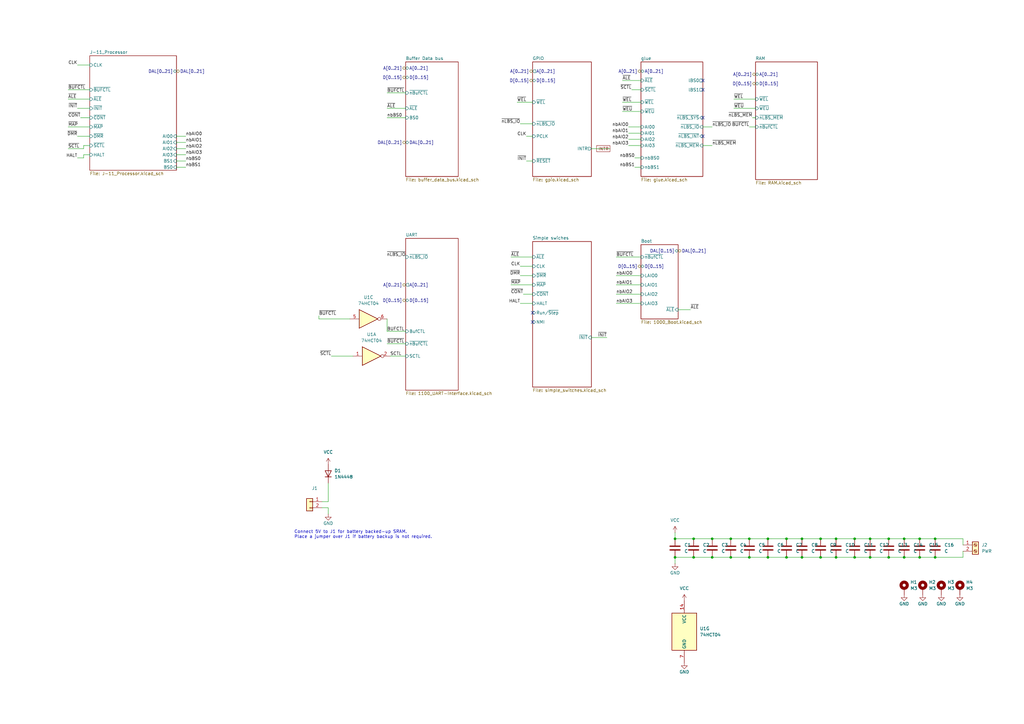
<source format=kicad_sch>
(kicad_sch (version 20250114) (generator "eeschema") (generator_version "9.0")
  (paper "A3")
  (title_block (title "PDP-11/Breadboard") (date "2025-03-16") (rev "V0.1") (comment 1 "Minimal Circuit for a DCJ11") (comment 2 "Requires a USB Serial->TTL Adapter"))
  (lib_symbols
    (symbol "74xx:74HCT04"
      (property "Reference" "U" (at 0 1.27 0))
      (property "Value" "74HCT04" (at 0 -1.27 0))
      (symbol "74HCT04_1_0"
        (polyline (pts (xy -3.81 3.81) (xy -3.81 -3.81) (xy 3.81 0) (xy -3.81 3.81)) (stroke (width 0.254)) (fill (type background)))
        (pin input line (at -7.62 0 0) (length 3.81) (name "~") (number "1"))
        (pin output inverted (at 7.62 0 180) (length 3.81) (name "~") (number "2"))
      )
      (symbol "74HCT04_2_0"
        (polyline (pts (xy -3.81 3.81) (xy -3.81 -3.81) (xy 3.81 0) (xy -3.81 3.81)) (stroke (width 0.254)) (fill (type background)))
        (pin input line (at -7.62 0 0) (length 3.81) (name "~") (number "3"))
        (pin output inverted (at 7.62 0 180) (length 3.81) (name "~") (number "4"))
      )
      (symbol "74HCT04_3_0"
        (polyline (pts (xy -3.81 3.81) (xy -3.81 -3.81) (xy 3.81 0) (xy -3.81 3.81)) (stroke (width 0.254)) (fill (type background)))
        (pin input line (at -7.62 0 0) (length 3.81) (name "~") (number "5"))
        (pin output inverted (at 7.62 0 180) (length 3.81) (name "~") (number "6"))
      )
      (symbol "74HCT04_4_0"
        (polyline (pts (xy -3.81 3.81) (xy -3.81 -3.81) (xy 3.81 0) (xy -3.81 3.81)) (stroke (width 0.254)) (fill (type background)))
        (pin input line (at -7.62 0 0) (length 3.81) (name "~") (number "9"))
        (pin output inverted (at 7.62 0 180) (length 3.81) (name "~") (number "8"))
      )
      (symbol "74HCT04_5_0"
        (polyline (pts (xy -3.81 3.81) (xy -3.81 -3.81) (xy 3.81 0) (xy -3.81 3.81)) (stroke (width 0.254)) (fill (type background)))
        (pin input line (at -7.62 0 0) (length 3.81) (name "~") (number "11"))
        (pin output inverted (at 7.62 0 180) (length 3.81) (name "~") (number "10"))
      )
      (symbol "74HCT04_6_0"
        (polyline (pts (xy -3.81 3.81) (xy -3.81 -3.81) (xy 3.81 0) (xy -3.81 3.81)) (stroke (width 0.254)) (fill (type background)))
        (pin input line (at -7.62 0 0) (length 3.81) (name "~") (number "13"))
        (pin output inverted (at 7.62 0 180) (length 3.81) (name "~") (number "12"))
      )
      (symbol "74HCT04_7_0"
        (pin power_in line (at 0 12.7 270) (length 5.08) (name "VCC") (number "14"))
        (pin power_in line (at 0 -12.7 90) (length 5.08) (name "GND") (number "7"))
      )
      (symbol "74HCT04_7_1"
        (rectangle (start -5.08 7.62) (end 5.08 -7.62) (stroke (width 0.254)) (fill (type background)))
      )
    )
    (symbol "Connector:Screw_Terminal_01x02" (pin_names (offset 1.016) (hide yes))
      (property "Reference" "J" (at 0 2.54 0))
      (property "Value" "Screw_Terminal_01x02" (at 0 -5.08 0))
      (symbol "Screw_Terminal_01x02_1_1"
        (rectangle (start -1.27 1.27) (end 1.27 -3.81) (stroke (width 0.254)) (fill (type background)))
        (polyline (pts (xy -0.5334 0.3302) (xy 0.3302 -0.508)) (stroke (width 0.1524)))
        (polyline (pts (xy -0.5334 -2.2098) (xy 0.3302 -3.048)) (stroke (width 0.1524)))
        (polyline (pts (xy -0.3556 0.508) (xy 0.508 -0.3302)) (stroke (width 0.1524)))
        (polyline (pts (xy -0.3556 -2.032) (xy 0.508 -2.8702)) (stroke (width 0.1524)))
        (circle (center 0 0) (radius 0.635) (stroke (width 0.1524)))
        (circle (center 0 -2.54) (radius 0.635) (stroke (width 0.1524)))
        (pin passive line (at -5.08 0 0) (length 3.81) (name "Pin_1") (number "1"))
        (pin passive line (at -5.08 -2.54 0) (length 3.81) (name "Pin_2") (number "2"))
      )
    )
    (symbol "Connector_Generic:Conn_01x02" (pin_names (offset 1.016) (hide yes))
      (property "Reference" "J" (at 0 2.54 0))
      (property "Value" "Conn_01x02" (at 0 -5.08 0))
      (symbol "Conn_01x02_1_1"
        (rectangle (start -1.27 1.27) (end 1.27 -3.81) (stroke (width 0.254)) (fill (type background)))
        (rectangle (start -1.27 0.127) (end 0 -0.127) (stroke (width 0.1524)))
        (rectangle (start -1.27 -2.413) (end 0 -2.667) (stroke (width 0.1524)))
        (pin passive line (at -5.08 0 0) (length 3.81) (name "Pin_1") (number "1"))
        (pin passive line (at -5.08 -2.54 0) (length 3.81) (name "Pin_2") (number "2"))
      )
    )
    (symbol "Device:C" (pin_numbers (hide yes)) (pin_names (offset 0.254))
      (property "Reference" "C" (at 0.635 2.54 0))
      (property "Value" "C" (at 0.635 -2.54 0))
      (symbol "C_0_1"
        (polyline (pts (xy -2.032 0.762) (xy 2.032 0.762)) (stroke (width 0.508)))
        (polyline (pts (xy -2.032 -0.762) (xy 2.032 -0.762)) (stroke (width 0.508)))
      )
      (symbol "C_1_1"
        (pin passive line (at 0 3.81 270) (length 2.794) (name "~") (number "1"))
        (pin passive line (at 0 -3.81 90) (length 2.794) (name "~") (number "2"))
      )
    )
    (symbol "Diode:1N4448" (pin_numbers (hide yes)) (pin_names (hide yes))
      (property "Reference" "D" (at 0 2.54 0))
      (property "Value" "1N4448" (at 0 -2.54 0))
      (symbol "1N4448_0_1"
        (polyline (pts (xy -1.27 1.27) (xy -1.27 -1.27)) (stroke (width 0.254)))
        (polyline (pts (xy 1.27 1.27) (xy 1.27 -1.27) (xy -1.27 0) (xy 1.27 1.27)) (stroke (width 0.254)))
        (polyline (pts (xy 1.27 0) (xy -1.27 0)))
      )
      (symbol "1N4448_1_1"
        (pin passive line (at -3.81 0 0) (length 2.54) (name "K") (number "1"))
        (pin passive line (at 3.81 0 180) (length 2.54) (name "A") (number "2"))
      )
    )
    (symbol "Mechanical:MountingHole_Pad" (pin_numbers (hide yes)) (pin_names (offset 1.016) (hide yes)) (exclude_from_sim yes) (in_bom no)
      (property "Reference" "H" (at 0 6.35 0))
      (property "Value" "MountingHole_Pad" (at 0 4.445 0))
      (symbol "MountingHole_Pad_0_1"
        (circle (center 0 1.27) (radius 1.27) (stroke (width 1.27)))
      )
      (symbol "MountingHole_Pad_1_1"
        (pin input line (at 0 -2.54 90) (length 2.54) (name "1") (number "1"))
      )
    )
    (symbol "power:GND" (power) (pin_numbers (hide yes)) (pin_names (offset 0) (hide yes))
      (property "Value" "GND" (at 0 -3.81 0))
      (symbol "GND_0_1"
        (polyline (pts (xy 0 0) (xy 0 -1.27) (xy 1.27 -1.27) (xy 0 -2.54) (xy -1.27 -1.27) (xy 0 -1.27)))
      )
      (symbol "GND_1_1"
        (pin power_in line (at 0 0 270) (length 0) (name "~") (number "1"))
      )
    )
    (symbol "power:VCC" (power) (pin_numbers (hide yes)) (pin_names (offset 0) (hide yes))
      (property "Value" "VCC" (at 0 3.556 0))
      (symbol "VCC_0_1"
        (polyline (pts (xy -0.762 1.27) (xy 0 2.54)))
        (polyline (pts (xy 0 2.54) (xy 0.762 1.27)))
        (polyline (pts (xy 0 0) (xy 0 2.54)))
      )
      (symbol "VCC_1_1"
        (pin power_in line (at 0 0 90) (length 0) (name "~") (number "1"))
      )
    )
  )
  (text "Connect 5V to J1 for battery backed-up SRAM.\nPlace a jumper over J1 if battery backup is not required." (at 120.65 220.98 0) (effects (font (size 1.27 1.27)) (justify left bottom)))
  (junction (at 356.87 220.98))
  (junction (at 350.52 228.6))
  (junction (at 284.48 220.98))
  (junction (at 322.58 228.6))
  (junction (at 276.86 220.98))
  (junction (at 370.84 228.6))
  (junction (at 328.93 220.98))
  (junction (at 307.34 220.98))
  (junction (at 314.96 220.98))
  (junction (at 342.9 220.98))
  (junction (at 328.93 228.6))
  (junction (at 292.1 220.98))
  (junction (at 284.48 228.6))
  (junction (at 364.49 220.98))
  (junction (at 292.1 228.6))
  (junction (at 307.34 228.6))
  (junction (at 276.86 228.6))
  (junction (at 299.72 228.6))
  (junction (at 336.55 220.98))
  (junction (at 322.58 220.98))
  (junction (at 356.87 228.6))
  (junction (at 383.54 220.98))
  (junction (at 299.72 220.98))
  (junction (at 342.9 228.6))
  (junction (at 314.96 228.6))
  (junction (at 383.54 228.6))
  (junction (at 364.49 228.6))
  (junction (at 370.84 220.98))
  (junction (at 336.55 228.6))
  (junction (at 350.52 220.98))
  (junction (at 377.19 220.98))
  (junction (at 377.19 228.6))
  (no_connect (at 218.44 132.08))
  (no_connect (at 288.29 36.83))
  (no_connect (at 288.29 48.26))
  (no_connect (at 288.29 55.88))
  (no_connect (at 218.44 128.27))
  (no_connect (at 288.29 33.02))
  (wire (pts (xy 160.02 146.05) (xy 166.37 146.05)))
  (wire (pts (xy 394.97 220.98) (xy 383.54 220.98)))
  (wire (pts (xy 364.49 220.98) (xy 370.84 220.98)))
  (wire (pts (xy 27.94 36.83) (xy 36.83 36.83)))
  (wire (pts (xy 260.35 68.58) (xy 262.89 68.58)))
  (wire (pts (xy 276.86 220.98) (xy 284.48 220.98)))
  (wire (pts (xy 34.29 59.69) (xy 36.83 59.69)))
  (wire (pts (xy 262.89 54.61) (xy 257.81 54.61)))
  (wire (pts (xy 72.39 63.5) (xy 76.2 63.5)))
  (wire (pts (xy 252.73 113.03) (xy 262.89 113.03)))
  (wire (pts (xy 262.89 57.15) (xy 257.81 57.15)))
  (wire (pts (xy 34.29 60.96) (xy 34.29 59.69)))
  (wire (pts (xy 262.89 52.07) (xy 257.81 52.07)))
  (wire (pts (xy 356.87 228.6) (xy 364.49 228.6)))
  (wire (pts (xy 276.86 228.6) (xy 276.86 231.14)))
  (wire (pts (xy 336.55 220.98) (xy 342.9 220.98)))
  (wire (pts (xy 27.94 60.96) (xy 34.29 60.96)))
  (wire (pts (xy 370.84 220.98) (xy 377.19 220.98)))
  (wire (pts (xy 356.87 220.98) (xy 364.49 220.98)))
  (wire (pts (xy 284.48 228.6) (xy 292.1 228.6)))
  (wire (pts (xy 394.97 223.52) (xy 394.97 220.98)))
  (wire (pts (xy 288.29 59.69) (xy 292.1 59.69)))
  (wire (pts (xy 72.39 60.96) (xy 76.2 60.96)))
  (wire (pts (xy 259.08 36.83) (xy 262.89 36.83)))
  (wire (pts (xy 377.19 228.6) (xy 383.54 228.6)))
  (wire (pts (xy 72.39 55.88) (xy 76.2 55.88)))
  (wire (pts (xy 322.58 220.98) (xy 328.93 220.98)))
  (wire (pts (xy 308.61 48.26) (xy 309.88 48.26)))
  (wire (pts (xy 314.96 228.6) (xy 322.58 228.6)))
  (wire (pts (xy 278.13 127) (xy 283.21 127)))
  (wire (pts (xy 255.27 45.72) (xy 262.89 45.72)))
  (wire (pts (xy 242.57 138.43) (xy 248.92 138.43)))
  (wire (pts (xy 276.86 228.6) (xy 284.48 228.6)))
  (wire (pts (xy 31.75 64.77) (xy 34.29 64.77)))
  (wire (pts (xy 213.36 113.03) (xy 218.44 113.03)))
  (wire (pts (xy 130.81 130.81) (xy 143.51 130.81)))
  (wire (pts (xy 252.73 105.41) (xy 262.89 105.41)))
  (wire (pts (xy 252.73 124.46) (xy 262.89 124.46)))
  (wire (pts (xy 322.58 228.6) (xy 328.93 228.6)))
  (wire (pts (xy 158.75 135.89) (xy 166.37 135.89)))
  (wire (pts (xy 72.39 68.58) (xy 76.2 68.58)))
  (wire (pts (xy 31.75 26.67) (xy 36.83 26.67)))
  (wire (pts (xy 260.35 64.77) (xy 262.89 64.77)))
  (wire (pts (xy 213.36 124.46) (xy 218.44 124.46)))
  (wire (pts (xy 383.54 228.6) (xy 394.97 228.6)))
  (wire (pts (xy 377.19 220.98) (xy 383.54 220.98)))
  (wire (pts (xy 299.72 228.6) (xy 307.34 228.6)))
  (wire (pts (xy 350.52 228.6) (xy 356.87 228.6)))
  (wire (pts (xy 252.73 120.65) (xy 262.89 120.65)))
  (wire (pts (xy 27.94 52.07) (xy 36.83 52.07)))
  (wire (pts (xy 209.55 105.41) (xy 218.44 105.41)))
  (wire (pts (xy 284.48 220.98) (xy 292.1 220.98)))
  (wire (pts (xy 328.93 220.98) (xy 336.55 220.98)))
  (wire (pts (xy 72.39 58.42) (xy 76.2 58.42)))
  (wire (pts (xy 134.62 205.74) (xy 134.62 198.12)))
  (wire (pts (xy 132.08 208.28) (xy 134.62 208.28)))
  (wire (pts (xy 255.27 41.91) (xy 262.89 41.91)))
  (wire (pts (xy 394.97 226.06) (xy 394.97 228.6)))
  (wire (pts (xy 212.09 41.91) (xy 218.44 41.91)))
  (wire (pts (xy 34.29 63.5) (xy 36.83 63.5)))
  (wire (pts (xy 72.39 66.04) (xy 76.2 66.04)))
  (wire (pts (xy 215.9 55.88) (xy 218.44 55.88)))
  (wire (pts (xy 34.29 64.77) (xy 34.29 63.5)))
  (wire (pts (xy 288.29 52.07) (xy 292.1 52.07)))
  (wire (pts (xy 328.93 228.6) (xy 336.55 228.6)))
  (wire (pts (xy 27.94 40.64) (xy 36.83 40.64)))
  (wire (pts (xy 158.75 130.81) (xy 158.75 135.89)))
  (wire (pts (xy 276.86 218.44) (xy 276.86 220.98)))
  (wire (pts (xy 132.08 205.74) (xy 134.62 205.74)))
  (wire (pts (xy 262.89 59.69) (xy 257.81 59.69)))
  (wire (pts (xy 215.9 66.04) (xy 218.44 66.04)))
  (wire (pts (xy 314.96 220.98) (xy 322.58 220.98)))
  (wire (pts (xy 135.89 146.05) (xy 144.78 146.05)))
  (wire (pts (xy 214.63 120.65) (xy 218.44 120.65)))
  (wire (pts (xy 213.36 50.8) (xy 218.44 50.8)))
  (wire (pts (xy 255.27 33.02) (xy 262.89 33.02)))
  (wire (pts (xy 300.99 40.64) (xy 309.88 40.64)))
  (wire (pts (xy 370.84 228.6) (xy 377.19 228.6)))
  (wire (pts (xy 158.75 140.97) (xy 166.37 140.97)))
  (wire (pts (xy 158.75 38.1) (xy 166.37 38.1)))
  (wire (pts (xy 350.52 220.98) (xy 356.87 220.98)))
  (wire (pts (xy 158.75 48.26) (xy 166.37 48.26)))
  (wire (pts (xy 342.9 228.6) (xy 350.52 228.6)))
  (wire (pts (xy 307.34 220.98) (xy 314.96 220.98)))
  (wire (pts (xy 299.72 220.98) (xy 307.34 220.98)))
  (wire (pts (xy 292.1 220.98) (xy 299.72 220.98)))
  (wire (pts (xy 31.75 44.45) (xy 36.83 44.45)))
  (wire (pts (xy 166.37 44.45) (xy 158.75 44.45)))
  (wire (pts (xy 252.73 116.84) (xy 262.89 116.84)))
  (wire (pts (xy 342.9 220.98) (xy 350.52 220.98)))
  (wire (pts (xy 336.55 228.6) (xy 342.9 228.6)))
  (wire (pts (xy 209.55 116.84) (xy 218.44 116.84)))
  (wire (pts (xy 364.49 228.6) (xy 370.84 228.6)))
  (wire (pts (xy 250.19 60.96) (xy 242.57 60.96)))
  (wire (pts (xy 33.02 48.26) (xy 36.83 48.26)))
  (wire (pts (xy 134.62 210.82) (xy 134.62 208.28)))
  (wire (pts (xy 130.81 129.54) (xy 130.81 130.81)))
  (wire (pts (xy 300.99 44.45) (xy 309.88 44.45)))
  (wire (pts (xy 292.1 228.6) (xy 299.72 228.6)))
  (wire (pts (xy 307.34 52.07) (xy 309.88 52.07)))
  (wire (pts (xy 307.34 228.6) (xy 314.96 228.6)))
  (wire (pts (xy 213.36 109.22) (xy 218.44 109.22)))
  (wire (pts (xy 31.75 55.88) (xy 36.83 55.88)))
  (label "~{nLBS_MEM}" (at 308.61 48.26 180))
  (label "nbAIO0" (at 252.73 113.03 0))
  (label "nbAIO2" (at 252.73 120.65 0))
  (label "CLK" (at 215.9 55.88 180))
  (label "nbAIO3" (at 257.81 59.69 180))
  (label "~{DMR}" (at 31.75 55.88 180))
  (label "~{BUFCTL}" (at 158.75 140.97 0))
  (label "nbAIO0" (at 257.81 52.07 180))
  (label "nbBS1" (at 260.35 68.58 180))
  (label "~{SCTL}" (at 259.08 36.83 180))
  (label "~{ALE}" (at 283.21 127 0))
  (label "nbBS0" (at 76.2 66.04 0))
  (label "~{WEL}" (at 255.27 41.91 0))
  (label "~{nLBS_IO}" (at 166.37 105.41 180))
  (label "~{INIT}" (at 215.9 66.04 180))
  (label "~{BUFCTL}" (at 252.73 105.41 0))
  (label "~{CONT}" (at 33.02 48.26 180))
  (label "~{nLBS_IO}" (at 213.36 50.8 180))
  (label "nbAIO0" (at 76.2 55.88 0))
  (label "nbAIO2" (at 76.2 60.96 0))
  (label "nbAIO3" (at 76.2 63.5 0))
  (label "HALT" (at 213.36 124.46 180))
  (label "nbAIO1" (at 257.81 54.61 180))
  (label "~{SCTL}" (at 135.89 146.05 180))
  (label "~{CONT}" (at 214.63 120.65 180))
  (label "nbAIO3" (at 252.73 124.46 0))
  (label "nbBS1" (at 76.2 68.58 0))
  (label "nbBS0" (at 260.35 64.77 180))
  (label "~{nLBS_IO}" (at 292.1 52.07 0))
  (label "~{DMR}" (at 213.36 113.03 180))
  (label "nbAIO1" (at 252.73 116.84 0))
  (label "~{WEU}" (at 255.27 45.72 0))
  (label "BUFCTL" (at 158.75 135.89 0))
  (label "~{nLBS_MEM}" (at 292.1 59.69 0))
  (label "CLK" (at 213.36 109.22 180))
  (label "nbAIO1" (at 76.2 58.42 0))
  (label "nbBS0" (at 158.75 48.26 0))
  (label "nbAIO2" (at 257.81 57.15 180))
  (label "~{ALE}" (at 158.75 44.45 0))
  (label "~{ALE}" (at 27.94 40.64 0))
  (label "~{BUFCTL}" (at 130.81 129.54 0))
  (label "~{WEU}" (at 300.99 44.45 0))
  (label "CLK" (at 31.75 26.67 180))
  (label "~{WEL}" (at 212.09 41.91 0))
  (label "~{MAP}" (at 209.55 116.84 0))
  (label "~{WEL}" (at 300.99 40.64 0))
  (label "~{BUFCTL}" (at 307.34 52.07 180))
  (label "~{ALE}" (at 209.55 105.41 0))
  (label "~{SCTL}" (at 27.94 60.96 0))
  (label "~{ALE}" (at 255.27 33.02 0))
  (label "~{BUFCTL}" (at 27.94 36.83 0))
  (label "~{BUFCTL}" (at 158.75 38.1 0))
  (label "HALT" (at 31.75 64.77 180))
  (label "~{INIT}" (at 31.75 44.45 180))
  (label "SCTL" (at 160.02 146.05 0))
  (label "~{INIT}" (at 248.92 138.43 180))
  (label "~{MAP}" (at 27.94 52.07 0))
  (global_label "INTR" (shape passive) (at 250.19 60.96 180) (property "Intersheetrefs" "${INTERSHEET_REFS}" (effects (hide yes))))
  (hierarchical_label "A[0..21]" (shape bidirectional) (at 218.44 29.21 180))
  (hierarchical_label "A[0..21]" (shape bidirectional) (at 309.88 30.48 180))
  (hierarchical_label "D[0..15]" (shape bidirectional) (at 309.88 34.29 180))
  (hierarchical_label "A[0..21]" (shape bidirectional) (at 166.37 116.84 180))
  (hierarchical_label "A[0..21]" (shape bidirectional) (at 262.89 29.21 180))
  (hierarchical_label "D[0..15]" (shape bidirectional) (at 166.37 123.19 180))
  (hierarchical_label "DAL[0..21]" (shape bidirectional) (at 278.13 102.87 0))
  (hierarchical_label "D[0..15]" (shape bidirectional) (at 262.89 109.22 180))
  (hierarchical_label "DAL[0..21]" (shape bidirectional) (at 72.39 29.21 0))
  (hierarchical_label "DAL[0..21]" (shape bidirectional) (at 166.37 58.42 180))
  (hierarchical_label "D[0..15]" (shape bidirectional) (at 218.44 33.02 180))
  (hierarchical_label "A[0..21]" (shape bidirectional) (at 166.37 27.94 180))
  (hierarchical_label "D[0..15]" (shape bidirectional) (at 166.37 31.75 180))
  (symbol (lib_id "power:GND") (at 134.62 210.82 0) (unit 1)
    (property "Reference" "#PWR02" (effects (hide yes)))
    (property "Value" "GND" (at 134.62 214.63 0))
  )
  (symbol (lib_id "power:VCC") (at 280.67 246.38 0) (unit 1)
    (property "Reference" "#PWR05" (effects (hide yes)))
    (property "Value" "VCC" (at 280.67 241.3 0))
    (property "Description" "Power symbol creates a global label with name \"VCC\"" (effects (hide yes)))
  )
  (symbol (lib_id "Device:C") (at 292.1 224.79 0) (unit 1)
    (property "Reference" "C3" (at 295.91 223.5199 0) (effects (justify left)))
    (property "Value" "C" (at 295.91 226.0599 0) (effects (justify left)))
    (property "Footprint" "Capacitor_SMD:C_0805_2012Metric_Pad1.18x1.45mm_HandSolder" (effects (hide yes)))
    (property "Description" "Unpolarized capacitor" (effects (hide yes)))
  )
  (symbol (lib_id "power:GND") (at 386.08 243.84 0) (unit 1)
    (property "Reference" "#PWR09" (effects (hide yes)))
    (property "Value" "GND" (at 386.08 247.65 0))
    (property "Description" "Power symbol creates a global label with name \"GND\" , ground" (effects (hide yes)))
  )
  (symbol (lib_id "Mechanical:MountingHole_Pad") (at 370.84 241.3 0) (unit 1) (exclude_from_sim yes) (in_bom no)
    (property "Reference" "H1" (at 373.38 238.7599 0) (effects (justify left)))
    (property "Value" "M3" (at 373.38 241.2999 0) (effects (justify left)))
    (property "Footprint" "MountingHole:MountingHole_3.2mm_M3_Pad" (effects (hide yes)))
    (property "Description" "Mounting Hole with connection" (effects (hide yes)))
  )
  (symbol (lib_id "Mechanical:MountingHole_Pad") (at 386.08 241.3 0) (unit 1) (exclude_from_sim yes) (in_bom no)
    (property "Reference" "H3" (at 388.62 238.7599 0) (effects (justify left)))
    (property "Value" "M3" (at 388.62 241.2999 0) (effects (justify left)))
    (property "Footprint" "MountingHole:MountingHole_3.2mm_M3_Pad" (effects (hide yes)))
    (property "Description" "Mounting Hole with connection" (effects (hide yes)))
  )
  (symbol (lib_id "Device:C") (at 350.52 224.79 0) (unit 1)
    (property "Reference" "C11" (at 354.33 223.5199 0) (effects (justify left)))
    (property "Value" "C" (at 354.33 226.0599 0) (effects (justify left)))
    (property "Footprint" "Capacitor_SMD:C_0805_2012Metric_Pad1.18x1.45mm_HandSolder" (effects (hide yes)))
    (property "Description" "Unpolarized capacitor" (effects (hide yes)))
  )
  (symbol (lib_id "Diode:1N4448") (at 134.62 194.31 270) (mirror x) (unit 1)
    (property "Reference" "D1" (at 137.16 193.0399 90) (effects (justify left)))
    (property "Value" "1N4448" (at 137.16 195.5799 90) (effects (justify left)))
    (property "Footprint" "Diode_THT:D_DO-35_SOD27_P7.62mm_Horizontal" (effects (hide yes)))
    (property "Datasheet" "https://assets.nexperia.com/documents/data-sheet/1N4148_1N4448.pdf" (effects (hide yes)))
    (property "Description" "100V 0.15A High-speed standard diode, DO-35" (effects (hide yes)))
    (property "Sim.Device" "D" (effects (hide yes)))
    (property "Sim.Pins" "1=K 2=A" (effects (hide yes)))
  )
  (symbol (lib_id "Device:C") (at 328.93 224.79 0) (unit 1)
    (property "Reference" "C8" (at 332.74 223.5199 0) (effects (justify left)))
    (property "Value" "C" (at 332.74 226.0599 0) (effects (justify left)))
    (property "Footprint" "Capacitor_SMD:C_0805_2012Metric_Pad1.18x1.45mm_HandSolder" (effects (hide yes)))
    (property "Description" "Unpolarized capacitor" (effects (hide yes)))
  )
  (symbol (lib_id "power:GND") (at 378.46 243.84 0) (unit 1)
    (property "Reference" "#PWR08" (effects (hide yes)))
    (property "Value" "GND" (at 378.46 247.65 0))
    (property "Description" "Power symbol creates a global label with name \"GND\" , ground" (effects (hide yes)))
  )
  (symbol (lib_id "power:VCC") (at 276.86 218.44 0) (unit 1)
    (property "Reference" "#PWR03" (effects (hide yes)))
    (property "Value" "VCC" (at 276.86 213.36 0))
    (property "Description" "Power symbol creates a global label with name \"VCC\"" (effects (hide yes)))
  )
  (symbol (lib_id "74xx:74HCT04") (at 280.67 259.08 0) (unit 7)
    (property "Reference" "U1" (at 287.02 257.8099 0) (effects (justify left)))
    (property "Value" "74HCT04" (at 287.02 260.3499 0) (effects (justify left)))
    (property "Datasheet" "https://assets.nexperia.com/documents/data-sheet/74HC_HCT04.pdf" (effects (hide yes)))
    (property "Description" "Hex Inverter" (effects (hide yes)))
  )
  (symbol (lib_id "power:GND") (at 280.67 271.78 0) (unit 1)
    (property "Reference" "#PWR06" (effects (hide yes)))
    (property "Value" "GND" (at 280.67 275.59 0))
    (property "Description" "Power symbol creates a global label with name \"GND\" , ground" (effects (hide yes)))
  )
  (symbol (lib_id "Device:C") (at 284.48 224.79 0) (unit 1)
    (property "Reference" "C2" (at 288.29 223.5199 0) (effects (justify left)))
    (property "Value" "C" (at 288.29 226.0599 0) (effects (justify left)))
    (property "Footprint" "Capacitor_SMD:C_0805_2012Metric_Pad1.18x1.45mm_HandSolder" (effects (hide yes)))
    (property "Description" "Unpolarized capacitor" (effects (hide yes)))
  )
  (symbol (lib_id "Device:C") (at 322.58 224.79 0) (unit 1)
    (property "Reference" "C7" (at 326.39 223.5199 0) (effects (justify left)))
    (property "Value" "C" (at 326.39 226.0599 0) (effects (justify left)))
    (property "Footprint" "Capacitor_SMD:C_0805_2012Metric_Pad1.18x1.45mm_HandSolder" (effects (hide yes)))
    (property "Description" "Unpolarized capacitor" (effects (hide yes)))
  )
  (symbol (lib_id "power:GND") (at 370.84 243.84 0) (unit 1)
    (property "Reference" "#PWR07" (effects (hide yes)))
    (property "Value" "GND" (at 370.84 247.65 0))
    (property "Description" "Power symbol creates a global label with name \"GND\" , ground" (effects (hide yes)))
  )
  (symbol (lib_id "74xx:74HCT04") (at 151.13 130.81 0) (unit 3)
    (property "Reference" "U1" (at 151.13 121.92 0))
    (property "Value" "74HCT04" (at 151.13 124.46 0))
    (property "Datasheet" "https://assets.nexperia.com/documents/data-sheet/74HC_HCT04.pdf" (effects (hide yes)))
    (property "Description" "Hex Inverter" (effects (hide yes)))
  )
  (symbol (lib_id "Mechanical:MountingHole_Pad") (at 378.46 241.3 0) (unit 1) (exclude_from_sim yes) (in_bom no)
    (property "Reference" "H2" (at 381 238.7599 0) (effects (justify left)))
    (property "Value" "M3" (at 381 241.2999 0) (effects (justify left)))
    (property "Footprint" "MountingHole:MountingHole_3.2mm_M3_Pad" (effects (hide yes)))
    (property "Description" "Mounting Hole with connection" (effects (hide yes)))
  )
  (symbol (lib_id "74xx:74HCT04") (at 152.4 146.05 0) (unit 1)
    (property "Reference" "U1" (at 152.4 137.16 0))
    (property "Value" "74HCT04" (at 152.4 139.7 0))
    (property "Datasheet" "https://assets.nexperia.com/documents/data-sheet/74HC_HCT04.pdf" (effects (hide yes)))
    (property "Description" "Hex Inverter" (effects (hide yes)))
  )
  (symbol (lib_id "Device:C") (at 314.96 224.79 0) (unit 1)
    (property "Reference" "C6" (at 318.77 223.5199 0) (effects (justify left)))
    (property "Value" "C" (at 318.77 226.0599 0) (effects (justify left)))
    (property "Footprint" "Capacitor_SMD:C_0805_2012Metric_Pad1.18x1.45mm_HandSolder" (effects (hide yes)))
    (property "Description" "Unpolarized capacitor" (effects (hide yes)))
  )
  (symbol (lib_id "power:GND") (at 393.7 243.84 0) (unit 1)
    (property "Reference" "#PWR010" (effects (hide yes)))
    (property "Value" "GND" (at 393.7 247.65 0))
    (property "Description" "Power symbol creates a global label with name \"GND\" , ground" (effects (hide yes)))
  )
  (symbol (lib_id "power:GND") (at 276.86 231.14 0) (unit 1)
    (property "Reference" "#PWR04" (effects (hide yes)))
    (property "Value" "GND" (at 276.86 234.95 0))
    (property "Description" "Power symbol creates a global label with name \"GND\" , ground" (effects (hide yes)))
  )
  (symbol (lib_id "Connector_Generic:Conn_01x02") (at 127 205.74 0) (mirror y) (unit 1)
    (property "Reference" "J1" (at 129.0828 200.2282 0))
    (property "Value" "VBAT" (effects (hide yes)))
    (property "Footprint" "Connector_PinHeader_2.54mm:PinHeader_1x02_P2.54mm_Horizontal" (effects (hide yes)))
  )
  (symbol (lib_id "Device:C") (at 336.55 224.79 0) (unit 1)
    (property "Reference" "C9" (at 340.36 223.5199 0) (effects (justify left)))
    (property "Value" "C" (at 340.36 226.0599 0) (effects (justify left)))
    (property "Footprint" "Capacitor_SMD:C_0805_2012Metric_Pad1.18x1.45mm_HandSolder" (effects (hide yes)))
    (property "Description" "Unpolarized capacitor" (effects (hide yes)))
  )
  (symbol (lib_id "Device:C") (at 364.49 224.79 0) (unit 1)
    (property "Reference" "C13" (at 368.3 223.5199 0) (effects (justify left)))
    (property "Value" "C" (at 368.3 226.0599 0) (effects (justify left)))
    (property "Footprint" "Capacitor_SMD:C_0805_2012Metric_Pad1.18x1.45mm_HandSolder" (effects (hide yes)))
    (property "Description" "Unpolarized capacitor" (effects (hide yes)))
  )
  (symbol (lib_id "Device:C") (at 383.54 224.79 0) (unit 1)
    (property "Reference" "C16" (at 387.35 223.5199 0) (effects (justify left)))
    (property "Value" "C" (at 387.35 226.0599 0) (effects (justify left)))
    (property "Footprint" "Capacitor_SMD:C_0805_2012Metric_Pad1.18x1.45mm_HandSolder" (effects (hide yes)))
    (property "Description" "Unpolarized capacitor" (effects (hide yes)))
  )
  (symbol (lib_id "Device:C") (at 299.72 224.79 0) (unit 1)
    (property "Reference" "C4" (at 303.53 223.5199 0) (effects (justify left)))
    (property "Value" "C" (at 303.53 226.0599 0) (effects (justify left)))
    (property "Footprint" "Capacitor_SMD:C_0805_2012Metric_Pad1.18x1.45mm_HandSolder" (effects (hide yes)))
    (property "Description" "Unpolarized capacitor" (effects (hide yes)))
  )
  (symbol (lib_id "Device:C") (at 356.87 224.79 0) (unit 1)
    (property "Reference" "C12" (at 360.68 223.5199 0) (effects (justify left)))
    (property "Value" "C" (at 360.68 226.0599 0) (effects (justify left)))
    (property "Footprint" "Capacitor_SMD:C_0805_2012Metric_Pad1.18x1.45mm_HandSolder" (effects (hide yes)))
    (property "Description" "Unpolarized capacitor" (effects (hide yes)))
  )
  (symbol (lib_id "Mechanical:MountingHole_Pad") (at 393.7 241.3 0) (unit 1) (exclude_from_sim yes) (in_bom no)
    (property "Reference" "H4" (at 396.24 238.7599 0) (effects (justify left)))
    (property "Value" "M3" (at 396.24 241.2999 0) (effects (justify left)))
    (property "Footprint" "MountingHole:MountingHole_3.2mm_M3_Pad" (effects (hide yes)))
    (property "Description" "Mounting Hole with connection" (effects (hide yes)))
  )
  (symbol (lib_id "Device:C") (at 377.19 224.79 0) (unit 1)
    (property "Reference" "C15" (at 381 223.5199 0) (effects (justify left)))
    (property "Value" "C" (at 381 226.0599 0) (effects (justify left)))
    (property "Footprint" "Capacitor_SMD:C_0805_2012Metric_Pad1.18x1.45mm_HandSolder" (effects (hide yes)))
    (property "Description" "Unpolarized capacitor" (effects (hide yes)))
  )
  (symbol (lib_id "Device:C") (at 307.34 224.79 0) (unit 1)
    (property "Reference" "C5" (at 311.15 223.5199 0) (effects (justify left)))
    (property "Value" "C" (at 311.15 226.0599 0) (effects (justify left)))
    (property "Footprint" "Capacitor_SMD:C_0805_2012Metric_Pad1.18x1.45mm_HandSolder" (effects (hide yes)))
    (property "Description" "Unpolarized capacitor" (effects (hide yes)))
  )
  (symbol (lib_id "power:VCC") (at 134.62 190.5 0) (unit 1)
    (property "Reference" "#PWR01" (effects (hide yes)))
    (property "Value" "VCC" (at 134.62 185.42 0))
    (property "Description" "Power symbol creates a global label with name \"VCC\"" (effects (hide yes)))
  )
  (symbol (lib_id "Device:C") (at 342.9 224.79 0) (unit 1)
    (property "Reference" "C10" (at 346.71 223.5199 0) (effects (justify left)))
    (property "Value" "C" (at 346.71 226.0599 0) (effects (justify left)))
    (property "Footprint" "Capacitor_SMD:C_0805_2012Metric_Pad1.18x1.45mm_HandSolder" (effects (hide yes)))
    (property "Description" "Unpolarized capacitor" (effects (hide yes)))
  )
  (symbol (lib_id "Device:C") (at 276.86 224.79 0) (unit 1)
    (property "Reference" "C1" (at 280.67 223.5199 0) (effects (justify left)))
    (property "Value" "C" (at 280.67 226.0599 0) (effects (justify left)))
    (property "Footprint" "Capacitor_SMD:C_0805_2012Metric_Pad1.18x1.45mm_HandSolder" (effects (hide yes)))
    (property "Description" "Unpolarized capacitor" (effects (hide yes)))
  )
  (symbol (lib_id "Device:C") (at 370.84 224.79 0) (unit 1)
    (property "Reference" "C14" (at 374.65 223.5199 0) (effects (justify left)))
    (property "Value" "C" (at 374.65 226.0599 0) (effects (justify left)))
    (property "Footprint" "Capacitor_SMD:C_0805_2012Metric_Pad1.18x1.45mm_HandSolder" (effects (hide yes)))
    (property "Description" "Unpolarized capacitor" (effects (hide yes)))
  )
  (symbol (lib_id "Connector:Screw_Terminal_01x02") (at 400.05 223.52 0) (unit 1)
    (property "Reference" "J2" (at 402.59 223.5199 0) (effects (justify left)))
    (property "Value" "PWR" (at 402.59 226.0599 0) (effects (justify left)))
    (property "Footprint" "TerminalBlock:TerminalBlock_bornier-2_P5.08mm" (effects (hide yes)))
    (property "Description" "Generic screw terminal, single row, 01x02, script generated (kicad-library-utils/schlib/autogen/connector/)" (effects (hide yes)))
  )
  (sheet (at 166.37 97.79) (size 21.59 62.23) (stroke (width 0.1524))
    (property "Sheetname" "UART" (at 166.37 97.0784 0) (effects (justify left bottom)))
    (property "Sheetfile" "1100_UART-interface.kicad_sch" (at 166.37 160.6046 0) (effects (justify left top)))
    (pin "SCTL" input (at 166.37 146.05 180))
    (pin "D[0..15]" bidirectional (at 166.37 123.19 180))
    (pin "~{nBufCTL}" input (at 166.37 140.97 180))
    (pin "BufCTL" input (at 166.37 135.89 180))
    (pin "A[0..21]" output (at 166.37 116.84 180))
    (pin "~{nLBS_IO}" input (at 166.37 105.41 180))
  )
  (sheet (at 36.83 22.86) (size 35.56 46.99) (stroke (width 0.1524))
    (property "Sheetname" "J-11_Processor" (at 36.83 22.1484 0) (effects (justify left bottom)))
    (property "Sheetfile" "J-11_Processor.kicad_sch" (at 36.83 70.4346 0) (effects (justify left top)))
    (pin "DAL[0..21]" bidirectional (at 72.39 29.21 0))
    (pin "CLK" input (at 36.83 26.67 180))
    (pin "~{BUFCTL}" input (at 36.83 36.83 180))
    (pin "~{ALE}" input (at 36.83 40.64 180))
    (pin "~{INIT}" input (at 36.83 44.45 180))
    (pin "~{CONT}" input (at 36.83 48.26 180))
    (pin "~{MAP}" input (at 36.83 52.07 180))
    (pin "~{SCTL}" input (at 36.83 59.69 180))
    (pin "HALT" input (at 36.83 63.5 180))
    (pin "~{DMR}" input (at 36.83 55.88 180))
    (pin "AI01" input (at 72.39 58.42 0))
    (pin "AI00" input (at 72.39 55.88 0))
    (pin "AI03" input (at 72.39 63.5 0))
    (pin "AI02" input (at 72.39 60.96 0))
    (pin "BS1" input (at 72.39 66.04 0))
    (pin "BS0" input (at 72.39 68.58 0))
  )
  (sheet (at 262.89 25.4) (size 25.4 46.99) (stroke (width 0.1524))
    (property "Sheetname" "glue" (at 262.89 24.6884 0) (effects (justify left bottom)))
    (property "Sheetfile" "glue.kicad_sch" (at 262.89 72.9746 0) (effects (justify left top)))
    (pin "~{WEL}" input (at 262.89 41.91 180))
    (pin "~{WEU}" input (at 262.89 45.72 180))
    (pin "~{nLBS_SYS}" input (at 288.29 48.26 0))
    (pin "~{nLBS_IO}" input (at 288.29 52.07 0))
    (pin "~{nLBS_INT}" input (at 288.29 55.88 0))
    (pin "~{nLBS_MEM}" input (at 288.29 59.69 0))
    (pin "lBS0" passive (at 288.29 33.02 0))
    (pin "lBS1" passive (at 288.29 36.83 0))
    (pin "AI01" input (at 262.89 54.61 180))
    (pin "AI03" input (at 262.89 59.69 180))
    (pin "AI00" input (at 262.89 52.07 180))
    (pin "AI02" input (at 262.89 57.15 180))
    (pin "nbBS0" input (at 262.89 64.77 180))
    (pin "nbBS1" input (at 262.89 68.58 180))
    (pin "A[0..21]" bidirectional (at 262.89 29.21 180))
    (pin "~{SCTL}" input (at 262.89 36.83 180))
    (pin "~{ALE}" input (at 262.89 33.02 180))
  )
  (sheet (at 262.89 100.33) (size 15.24 30.48) (stroke (width 0.1524))
    (property "Sheetname" "Boot" (at 262.89 99.6184 0) (effects (justify left bottom)))
    (property "Sheetfile" "1000_Boot.kicad_sch" (at 262.89 131.3946 0) (effects (justify left top)))
    (pin "~{nBufCTL}" input (at 262.89 105.41 180))
    (pin "D[0..15]" bidirectional (at 262.89 109.22 180))
    (pin "LAIO0" input (at 262.89 113.03 180))
    (pin "LAIO1" input (at 262.89 116.84 180))
    (pin "LAIO2" input (at 262.89 120.65 180))
    (pin "LAIO3" input (at 262.89 124.46 180))
    (pin "DAL[0..15]" bidirectional (at 278.13 102.87 0))
    (pin "~{ALE}" input (at 278.13 127 0))
  )
  (sheet (at 218.44 99.06) (size 24.13 59.69) (stroke (width 0.1524))
    (property "Sheetname" "Simple swiches" (at 218.44 98.3484 0) (effects (justify left bottom)))
    (property "Sheetfile" "simple_switches.kicad_sch" (at 218.44 159.3346 0) (effects (justify left top)))
    (pin "~{MAP}" input (at 218.44 116.84 180))
    (pin "CLK" input (at 218.44 109.22 180))
    (pin "~{CONT}" input (at 218.44 120.65 180))
    (pin "HALT" input (at 218.44 124.46 180))
    (pin "~{DMR}" input (at 218.44 113.03 180))
    (pin "Run{slash}~{Step}" input (at 218.44 128.27 180))
    (pin "NMI" input (at 218.44 132.08 180))
    (pin "~{INIT}" input (at 242.57 138.43 0))
    (pin "~{ALE}" input (at 218.44 105.41 180))
  )
  (sheet (at 309.88 25.4) (size 25.4 48.26) (stroke (width 0.1524))
    (property "Sheetname" "RAM" (at 309.88 24.6884 0) (effects (justify left bottom)))
    (property "Sheetfile" "RAM.kicad_sch" (at 309.88 74.2446 0) (effects (justify left top)))
    (pin "A[0..21]" bidirectional (at 309.88 30.48 180))
    (pin "D[0..15]" bidirectional (at 309.88 34.29 180))
    (pin "~{WEU}" input (at 309.88 44.45 180))
    (pin "~{WEL}" input (at 309.88 40.64 180))
    (pin "~{nLBS_MEM}" input (at 309.88 48.26 180))
    (pin "~{nBufCTL}" input (at 309.88 52.07 180))
  )
  (sheet (at 166.37 25.4) (size 21.59 46.99) (stroke (width 0.1524))
    (property "Sheetname" "Buffer Data bus" (at 166.37 24.6884 0) (effects (justify left bottom)))
    (property "Sheetfile" "buffer_data_bus.kicad_sch" (at 166.37 72.9746 0) (effects (justify left top)))
    (pin "D[0..15]" bidirectional (at 166.37 31.75 180))
    (pin "~{nBufCTL}" input (at 166.37 38.1 180))
    (pin "DAL[0..21]" bidirectional (at 166.37 58.42 180))
    (pin "A[0..21]" bidirectional (at 166.37 27.94 180))
    (pin "~{ALE}" input (at 166.37 44.45 180))
    (pin "BS0" input (at 166.37 48.26 180))
  )
  (sheet (at 218.44 25.4) (size 24.13 46.99) (stroke (width 0.1524))
    (property "Sheetname" "GPIO" (at 218.44 24.6884 0) (effects (justify left bottom)))
    (property "Sheetfile" "gpio.kicad_sch" (at 218.44 72.9746 0) (effects (justify left top)))
    (pin "~{RESET}" input (at 218.44 66.04 180))
    (pin "~{WEL}" input (at 218.44 41.91 180))
    (pin "D[0..15]" bidirectional (at 218.44 33.02 180))
    (pin "PCLK" input (at 218.44 55.88 180))
    (pin "A[0..21]" output (at 218.44 29.21 180))
    (pin "INTR" output (at 242.57 60.96 0))
    (pin "~{nLBS_IO}" input (at 218.44 50.8 180))
  )
)
</source>
